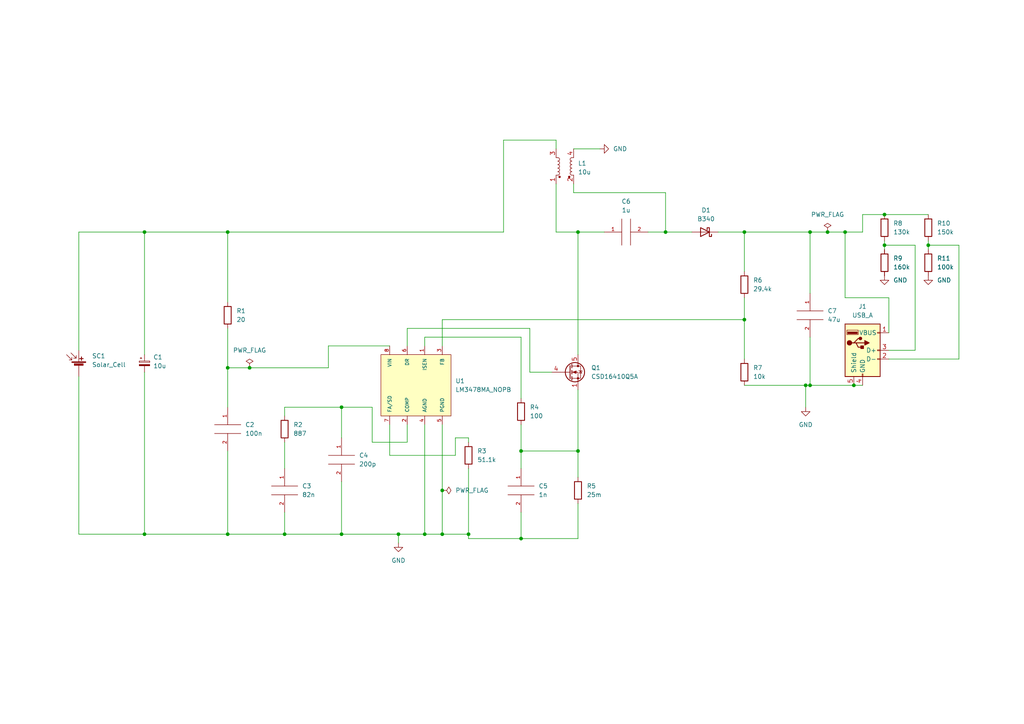
<source format=kicad_sch>
(kicad_sch (version 20211123) (generator eeschema)
  (paper "A4")
  (lib_symbols
    (symbol "Connector:USB_A" (pin_names (offset 1.016))
      (property "Reference" "J" (at -5.08 11.43 0))
      (property "Value" "USB_A" (at -5.08 8.89 0))
      (symbol "USB_A_0_1"
        (rectangle (start -5.08 -7.62) (end 5.08 7.62) (stroke (width 0.254)) (fill (type background)))
        (circle (center -3.81 2.159) (radius 0.635) (stroke (width 0.254)) (fill (type outline)))
        (rectangle (start -1.524 4.826) (end -4.318 5.334) (fill (type outline)))
        (rectangle (start -1.27 4.572) (end -4.572 5.842))
        (circle (center -0.635 3.429) (radius 0.381) (stroke (width 0.254)) (fill (type outline)))
        (rectangle (start -0.127 -7.62) (end 0.127 -6.858))
        (polyline (pts (xy -3.175 2.159) (xy -2.54 2.159) (xy -1.27 3.429) (xy -0.635 3.429)) (stroke (width 0.254)))
        (polyline (pts (xy -2.54 2.159) (xy -1.905 2.159) (xy -1.27 0.889) (xy 0 0.889)) (stroke (width 0.254)))
        (polyline (pts (xy 0.635 2.794) (xy 0.635 1.524) (xy 1.905 2.159) (xy 0.635 2.794)) (stroke (width 0.254)) (fill (type outline)))
        (rectangle (start 0.254 1.27) (end -0.508 0.508) (stroke (width 0.254)) (fill (type outline)))
        (rectangle (start 5.08 -2.667) (end 4.318 -2.413))
        (rectangle (start 5.08 -0.127) (end 4.318 0.127))
        (rectangle (start 5.08 4.953) (end 4.318 5.207))
      )
      (symbol "USB_A_1_1"
        (polyline (pts (xy -1.905 2.159) (xy 0.635 2.159)) (stroke (width 0.254)))
        (pin power_in line (at 7.62 5.08 180) (length 2.54) (name "VBUS") (number "1"))
        (pin bidirectional line (at 7.62 -2.54 180) (length 2.54) (name "D-") (number "2"))
        (pin bidirectional line (at 7.62 0 180) (length 2.54) (name "D+") (number "3"))
        (pin power_in line (at 0 -10.16 90) (length 2.54) (name "GND") (number "4"))
        (pin passive line (at -2.54 -10.16 90) (length 2.54) (name "Shield") (number "5"))
      )
    )
    (symbol "Device:C_Polarized_Small" (pin_numbers hide) (pin_names (offset 0.254) hide)
      (property "Reference" "C" (at 0.254 1.778 0))
      (property "Value" "C_Polarized_Small" (at 0.254 -2.032 0))
      (symbol "C_Polarized_Small_0_1"
        (rectangle (start -1.524 -0.3048) (end 1.524 -0.6858) (fill (type outline)))
        (rectangle (start -1.524 0.6858) (end 1.524 0.3048))
        (polyline (pts (xy -1.27 1.524) (xy -0.762 1.524)))
        (polyline (pts (xy -1.016 1.27) (xy -1.016 1.778)))
      )
      (symbol "C_Polarized_Small_1_1"
        (pin passive line (at 0 2.54 270) (length 1.8542) (name "~") (number "1"))
        (pin passive line (at 0 -2.54 90) (length 1.8542) (name "~") (number "2"))
      )
    )
    (symbol "Device:L_Coupled_1324" (pin_names (offset 0.254) hide)
      (property "Reference" "L" (at 0 4.445 0))
      (property "Value" "L_Coupled_1324" (at 0 -4.445 0))
      (symbol "L_Coupled_1324_0_1"
        (circle (center -3.048 -1.27) (radius 0.254) (fill (type outline)))
        (circle (center -3.048 1.524) (radius 0.254) (fill (type outline)))
        (arc (start -2.54 2.032) (mid -2.032 1.524) (end -1.524 2.032))
        (arc (start -1.524 -2.032) (mid -2.032 -1.524) (end -2.54 -2.032))
        (arc (start -1.524 2.032) (mid -1.016 1.524) (end -0.508 2.032))
        (arc (start -0.508 -2.032) (mid -1.016 -1.524) (end -1.524 -2.032))
        (arc (start -0.508 2.032) (mid 0 1.524) (end 0.508 2.032))
        (polyline (pts (xy -2.54 -2.032) (xy -2.54 -2.54)))
        (polyline (pts (xy -2.54 2.032) (xy -2.54 2.54)))
        (polyline (pts (xy 2.54 -2.032) (xy 2.54 -2.54)))
        (polyline (pts (xy 2.54 2.54) (xy 2.54 2.032)))
        (arc (start 0.508 -2.032) (mid 0 -1.524) (end -0.508 -2.032))
        (arc (start 0.508 2.032) (mid 1.016 1.524) (end 1.524 2.032))
        (arc (start 1.524 -2.032) (mid 1.016 -1.524) (end 0.508 -2.032))
        (arc (start 1.524 2.032) (mid 2.032 1.524) (end 2.54 2.032))
        (arc (start 2.54 -2.032) (mid 2.032 -1.524) (end 1.524 -2.032))
      )
      (symbol "L_Coupled_1324_1_1"
        (pin passive line (at -5.08 2.54 0) (length 2.54) (name "1") (number "1"))
        (pin passive line (at -5.08 -2.54 0) (length 2.54) (name "2") (number "2"))
        (pin passive line (at 5.08 2.54 180) (length 2.54) (name "3") (number "3"))
        (pin passive line (at 5.08 -2.54 180) (length 2.54) (name "4") (number "4"))
      )
    )
    (symbol "Device:R" (pin_numbers hide) (pin_names (offset 0))
      (property "Reference" "R" (at 2.032 0 90))
      (property "Value" "R" (at 0 0 90))
      (symbol "R_0_1"
        (rectangle (start -1.016 -2.54) (end 1.016 2.54) (stroke (width 0.254)))
      )
      (symbol "R_1_1"
        (pin passive line (at 0 3.81 270) (length 1.27) (name "~") (number "1"))
        (pin passive line (at 0 -3.81 90) (length 1.27) (name "~") (number "2"))
      )
    )
    (symbol "Device:Solar_Cell" (pin_numbers hide) (pin_names (offset 0) hide)
      (property "Reference" "SC" (at 2.54 2.54 0))
      (property "Value" "Solar_Cell" (at 2.54 0 0))
      (symbol "Solar_Cell_0_1"
        (rectangle (start -2.032 1.778) (end 2.032 1.524) (fill (type outline)))
        (rectangle (start -1.3208 1.1938) (end 1.27 0.6858) (fill (type outline)))
        (polyline (pts (xy -2.032 2.286) (xy -3.556 3.81)))
        (polyline (pts (xy -0.762 2.794) (xy -2.286 4.318)))
        (polyline (pts (xy 0 0.762) (xy 0 0)))
        (polyline (pts (xy 0 1.778) (xy 0 2.54)))
        (polyline (pts (xy 0.254 2.667) (xy 1.27 2.667)) (stroke (width 0.254)))
        (polyline (pts (xy 0.762 3.175) (xy 0.762 2.159)) (stroke (width 0.254)))
        (polyline (pts (xy -2.032 3.048) (xy -2.032 2.286) (xy -2.794 2.286)))
        (polyline (pts (xy -0.762 3.556) (xy -0.762 2.794) (xy -1.524 2.794)))
      )
      (symbol "Solar_Cell_1_1"
        (pin passive line (at 0 5.08 270) (length 2.54) (name "+") (number "1"))
        (pin passive line (at 0 -2.54 90) (length 2.54) (name "-") (number "2"))
      )
    )
    (symbol "Diode:B340" (pin_numbers hide) (pin_names (offset 1.016) hide)
      (property "Reference" "D" (at 0 2.54 0))
      (property "Value" "B340" (at 0 -2.54 0))
      (symbol "B340_0_1"
        (polyline (pts (xy 1.27 0) (xy -1.27 0)))
        (polyline (pts (xy 1.27 1.27) (xy 1.27 -1.27) (xy -1.27 0) (xy 1.27 1.27)) (stroke (width 0.254)))
        (polyline (pts (xy -1.905 0.635) (xy -1.905 1.27) (xy -1.27 1.27) (xy -1.27 -1.27) (xy -0.635 -1.27) (xy -0.635 -0.635)) (stroke (width 0.254)))
      )
      (symbol "B340_1_1"
        (pin passive line (at -3.81 0 0) (length 2.54) (name "K") (number "1"))
        (pin passive line (at 3.81 0 180) (length 2.54) (name "A") (number "2"))
      )
    )
    (symbol "Transistor_FET:CSD16410Q5A" (pin_names hide)
      (property "Reference" "Q" (at 5.08 1.905 0))
      (property "Value" "CSD16410Q5A" (at 5.08 0 0))
      (symbol "CSD16410Q5A_0_1"
        (polyline (pts (xy 0.254 0) (xy -2.54 0)))
        (polyline (pts (xy 0.254 1.905) (xy 0.254 -1.905)) (stroke (width 0.254)))
        (polyline (pts (xy 0.762 -1.27) (xy 0.762 -2.286)) (stroke (width 0.254)))
        (polyline (pts (xy 0.762 0.508) (xy 0.762 -0.508)) (stroke (width 0.254)))
        (polyline (pts (xy 0.762 2.286) (xy 0.762 1.27)) (stroke (width 0.254)))
        (polyline (pts (xy 2.54 2.54) (xy 2.54 1.778)))
        (polyline (pts (xy 2.54 -2.54) (xy 2.54 0) (xy 0.762 0)))
        (polyline (pts (xy 0.762 -1.778) (xy 3.302 -1.778) (xy 3.302 1.778) (xy 0.762 1.778)))
        (polyline (pts (xy 1.016 0) (xy 2.032 0.381) (xy 2.032 -0.381) (xy 1.016 0)) (fill (type outline)))
        (polyline (pts (xy 2.794 0.508) (xy 2.921 0.381) (xy 3.683 0.381) (xy 3.81 0.254)))
        (polyline (pts (xy 3.302 0.381) (xy 2.921 -0.254) (xy 3.683 -0.254) (xy 3.302 0.381)))
        (circle (center 1.651 0) (radius 2.794) (stroke (width 0.254)))
        (circle (center 2.54 -1.778) (radius 0.254) (fill (type outline)))
        (circle (center 2.54 1.778) (radius 0.254) (fill (type outline)))
      )
      (symbol "CSD16410Q5A_1_1"
        (pin passive line (at 2.54 -5.08 90) (length 2.54) (name "S") (number "1"))
        (pin passive line (at 2.54 -5.08 90) (length 2.54) hide (name "S") (number "2"))
        (pin passive line (at 2.54 -5.08 90) (length 2.54) hide (name "S") (number "3"))
        (pin passive line (at -5.08 0 0) (length 2.54) (name "G") (number "4"))
        (pin passive line (at 2.54 5.08 270) (length 2.54) (name "D") (number "5"))
      )
    )
    (symbol "eec:LM3478MA_NOPB" (pin_names (offset 1.016))
      (property "Reference" "U" (at 0 5.08 0))
      (property "Value" "LM3478MA_NOPB" (at 0 7.62 0))
      (symbol "LM3478MA_NOPB_1_1"
        (rectangle (start 5.08 2.54) (end 22.86 -17.78) (fill (type background)))
        (pin input line (at 25.4 -10.16 180) (length 2.54) (name "ISEN") (number "1"))
        (pin passive line (at 2.54 -5.08 0) (length 2.54) (name "COMP") (number "2"))
        (pin input line (at 25.4 -15.24 180) (length 2.54) (name "FB") (number "3"))
        (pin power_in line (at 2.54 -10.16 0) (length 2.54) (name "AGND") (number "4"))
        (pin power_in line (at 2.54 -15.24 0) (length 2.54) (name "PGND") (number "5"))
        (pin output line (at 25.4 -5.08 180) (length 2.54) (name "DR") (number "6"))
        (pin input line (at 2.54 0 0) (length 2.54) (name "FA/SD") (number "7"))
        (pin power_in line (at 25.4 0 180) (length 2.54) (name "VIN") (number "8"))
      )
    )
    (symbol "power:GND" (power) (pin_names (offset 0))
      (property "Value" "GND" (at 0 -3.81 0))
      (symbol "GND_0_1"
        (polyline (pts (xy 0 0) (xy 0 -1.27) (xy 1.27 -1.27) (xy 0 -2.54) (xy -1.27 -1.27) (xy 0 -1.27)))
      )
      (symbol "GND_1_1"
        (pin power_in line (at 0 0 270) (length 0) hide (name "GND") (number "1"))
      )
    )
    (symbol "power:PWR_FLAG" (power) (pin_numbers hide) (pin_names (offset 0) hide)
      (property "Value" "PWR_FLAG" (at 0 3.81 0))
      (symbol "PWR_FLAG_0_0"
        (pin power_out line (at 0 0 90) (length 0) (name "pwr") (number "1"))
      )
      (symbol "PWR_FLAG_0_1"
        (polyline (pts (xy 0 0) (xy 0 1.27) (xy -1.016 1.905) (xy 0 2.54) (xy 1.016 1.905) (xy 0 1.27)))
      )
    )
    (symbol "pspice:C" (pin_names (offset 0.254))
      (property "Reference" "C" (at 2.54 3.81 90))
      (property "Value" "C" (at 2.54 -3.81 90))
      (symbol "C_0_1"
        (polyline (pts (xy -3.81 -1.27) (xy 3.81 -1.27)))
        (polyline (pts (xy -3.81 1.27) (xy 3.81 1.27)))
      )
      (symbol "C_1_1"
        (pin passive line (at 0 6.35 270) (length 5.08) (name "~") (number "1"))
        (pin passive line (at 0 -6.35 90) (length 5.08) (name "~") (number "2"))
      )
    )
  )
  (junction (at 247.65 111.76))
  (junction (at 215.9 67.31))
  (junction (at 151.13 156.21))
  (junction (at 135.89 154.94))
  (junction (at 240.03 67.31))
  (junction (at 99.06 154.94))
  (junction (at 167.64 130.81))
  (junction (at 66.04 154.94))
  (junction (at 72.39 106.68))
  (junction (at 215.9 92.71))
  (junction (at 234.95 111.76))
  (junction (at 123.19 154.94))
  (junction (at 82.55 154.94))
  (junction (at 128.27 142.24))
  (junction (at 115.57 154.94))
  (junction (at 66.04 67.31))
  (junction (at 128.27 154.94))
  (junction (at 234.95 67.31))
  (junction (at 99.06 118.11))
  (junction (at 245.11 67.31))
  (junction (at 256.54 62.23))
  (junction (at 256.54 71.12))
  (junction (at 233.68 111.76))
  (junction (at 151.13 130.81))
  (junction (at 66.04 106.68))
  (junction (at 41.91 154.94))
  (junction (at 167.64 67.31))
  (junction (at 41.91 67.31))
  (junction (at 269.24 71.12))
  (junction (at 193.04 67.31))
  (wire (pts (xy 256.54 71.12) (xy 265.43 71.12)))
  (wire (pts (xy 66.04 67.31) (xy 146.05 67.31)))
  (wire (pts (xy 99.06 118.11) (xy 107.95 118.11)))
  (wire (pts (xy 118.11 100.33) (xy 118.11 95.25)))
  (wire (pts (xy 215.9 86.36) (xy 215.9 92.71)))
  (wire (pts (xy 41.91 154.94) (xy 66.04 154.94)))
  (wire (pts (xy 153.67 95.25) (xy 153.67 107.95)))
  (wire (pts (xy 128.27 154.94) (xy 135.89 154.94)))
  (wire (pts (xy 128.27 100.33) (xy 128.27 92.71)))
  (wire (pts (xy 22.86 67.31) (xy 41.91 67.31)))
  (wire (pts (xy 72.39 106.68) (xy 66.04 106.68)))
  (wire (pts (xy 187.96 67.31) (xy 193.04 67.31)))
  (wire (pts (xy 99.06 127) (xy 99.06 118.11)))
  (wire (pts (xy 66.04 154.94) (xy 82.55 154.94)))
  (wire (pts (xy 66.04 130.81) (xy 66.04 154.94)))
  (wire (pts (xy 256.54 62.23) (xy 269.24 62.23)))
  (wire (pts (xy 115.57 154.94) (xy 115.57 157.48)))
  (wire (pts (xy 166.37 53.34) (xy 166.37 55.88)))
  (wire (pts (xy 135.89 156.21) (xy 151.13 156.21)))
  (wire (pts (xy 215.9 111.76) (xy 233.68 111.76)))
  (wire (pts (xy 146.05 40.64) (xy 161.29 40.64)))
  (wire (pts (xy 234.95 67.31) (xy 240.03 67.31)))
  (wire (pts (xy 256.54 62.23) (xy 250.19 62.23)))
  (wire (pts (xy 151.13 97.79) (xy 151.13 115.57)))
  (wire (pts (xy 151.13 130.81) (xy 167.64 130.81)))
  (wire (pts (xy 215.9 92.71) (xy 215.9 104.14)))
  (wire (pts (xy 167.64 130.81) (xy 167.64 138.43)))
  (wire (pts (xy 234.95 97.79) (xy 234.95 111.76)))
  (wire (pts (xy 193.04 67.31) (xy 200.66 67.31)))
  (wire (pts (xy 113.03 132.08) (xy 132.08 132.08)))
  (wire (pts (xy 151.13 123.19) (xy 151.13 130.81)))
  (wire (pts (xy 118.11 95.25) (xy 153.67 95.25)))
  (wire (pts (xy 123.19 123.19) (xy 123.19 154.94)))
  (wire (pts (xy 113.03 100.33) (xy 95.25 100.33)))
  (wire (pts (xy 41.91 67.31) (xy 66.04 67.31)))
  (wire (pts (xy 215.9 67.31) (xy 234.95 67.31)))
  (wire (pts (xy 245.11 67.31) (xy 245.11 86.36)))
  (wire (pts (xy 132.08 132.08) (xy 132.08 127)))
  (wire (pts (xy 118.11 128.27) (xy 107.95 128.27)))
  (wire (pts (xy 135.89 154.94) (xy 135.89 156.21)))
  (wire (pts (xy 95.25 106.68) (xy 72.39 106.68)))
  (wire (pts (xy 167.64 156.21) (xy 167.64 146.05)))
  (wire (pts (xy 161.29 67.31) (xy 167.64 67.31)))
  (wire (pts (xy 66.04 106.68) (xy 66.04 118.11)))
  (wire (pts (xy 22.86 154.94) (xy 41.91 154.94)))
  (wire (pts (xy 135.89 127) (xy 135.89 128.27)))
  (wire (pts (xy 153.67 107.95) (xy 160.02 107.95)))
  (wire (pts (xy 245.11 86.36) (xy 257.81 86.36)))
  (wire (pts (xy 82.55 154.94) (xy 82.55 148.59)))
  (wire (pts (xy 151.13 148.59) (xy 151.13 156.21)))
  (wire (pts (xy 128.27 142.24) (xy 128.27 154.94)))
  (wire (pts (xy 278.13 71.12) (xy 278.13 104.14)))
  (wire (pts (xy 250.19 67.31) (xy 245.11 67.31)))
  (wire (pts (xy 123.19 154.94) (xy 128.27 154.94)))
  (wire (pts (xy 257.81 101.6) (xy 265.43 101.6)))
  (wire (pts (xy 161.29 40.64) (xy 161.29 43.18)))
  (wire (pts (xy 118.11 123.19) (xy 118.11 128.27)))
  (wire (pts (xy 240.03 67.31) (xy 245.11 67.31)))
  (wire (pts (xy 123.19 97.79) (xy 151.13 97.79)))
  (wire (pts (xy 167.64 113.03) (xy 167.64 130.81)))
  (wire (pts (xy 265.43 71.12) (xy 265.43 101.6)))
  (wire (pts (xy 115.57 154.94) (xy 123.19 154.94)))
  (wire (pts (xy 107.95 128.27) (xy 107.95 118.11)))
  (wire (pts (xy 247.65 111.76) (xy 250.19 111.76)))
  (wire (pts (xy 233.68 111.76) (xy 234.95 111.76)))
  (wire (pts (xy 256.54 69.85) (xy 256.54 71.12)))
  (wire (pts (xy 234.95 111.76) (xy 247.65 111.76)))
  (wire (pts (xy 193.04 55.88) (xy 193.04 67.31)))
  (wire (pts (xy 233.68 111.76) (xy 233.68 118.11)))
  (wire (pts (xy 257.81 86.36) (xy 257.81 96.52)))
  (wire (pts (xy 41.91 102.87) (xy 41.91 67.31)))
  (wire (pts (xy 123.19 100.33) (xy 123.19 97.79)))
  (wire (pts (xy 234.95 67.31) (xy 234.95 85.09)))
  (wire (pts (xy 99.06 154.94) (xy 115.57 154.94)))
  (wire (pts (xy 269.24 71.12) (xy 278.13 71.12)))
  (wire (pts (xy 146.05 67.31) (xy 146.05 40.64)))
  (wire (pts (xy 167.64 67.31) (xy 175.26 67.31)))
  (wire (pts (xy 135.89 135.89) (xy 135.89 154.94)))
  (wire (pts (xy 250.19 62.23) (xy 250.19 67.31)))
  (wire (pts (xy 151.13 156.21) (xy 167.64 156.21)))
  (wire (pts (xy 128.27 92.71) (xy 215.9 92.71)))
  (wire (pts (xy 151.13 130.81) (xy 151.13 135.89)))
  (wire (pts (xy 82.55 128.27) (xy 82.55 135.89)))
  (wire (pts (xy 208.28 67.31) (xy 215.9 67.31)))
  (wire (pts (xy 82.55 154.94) (xy 99.06 154.94)))
  (wire (pts (xy 95.25 100.33) (xy 95.25 106.68)))
  (wire (pts (xy 82.55 118.11) (xy 82.55 120.65)))
  (wire (pts (xy 22.86 101.6) (xy 22.86 67.31)))
  (wire (pts (xy 41.91 107.95) (xy 41.91 154.94)))
  (wire (pts (xy 166.37 55.88) (xy 193.04 55.88)))
  (wire (pts (xy 132.08 127) (xy 135.89 127)))
  (wire (pts (xy 22.86 109.22) (xy 22.86 154.94)))
  (wire (pts (xy 269.24 71.12) (xy 269.24 72.39)))
  (wire (pts (xy 66.04 87.63) (xy 66.04 67.31)))
  (wire (pts (xy 99.06 154.94) (xy 99.06 139.7)))
  (wire (pts (xy 99.06 118.11) (xy 82.55 118.11)))
  (wire (pts (xy 113.03 123.19) (xy 113.03 132.08)))
  (wire (pts (xy 66.04 95.25) (xy 66.04 106.68)))
  (wire (pts (xy 257.81 104.14) (xy 278.13 104.14)))
  (wire (pts (xy 215.9 67.31) (xy 215.9 78.74)))
  (wire (pts (xy 269.24 69.85) (xy 269.24 71.12)))
  (wire (pts (xy 161.29 53.34) (xy 161.29 67.31)))
  (wire (pts (xy 166.37 43.18) (xy 173.99 43.18)))
  (wire (pts (xy 167.64 102.87) (xy 167.64 67.31)))
  (wire (pts (xy 256.54 71.12) (xy 256.54 72.39)))
  (wire (pts (xy 128.27 123.19) (xy 128.27 142.24)))
  (symbol (lib_id "Device:R") (at 167.64 142.24 0) (unit 1)
    (property "Reference" "R5" (at 170.18 140.9699 0) (effects (justify left)))
    (property "Value" "25m" (at 170.18 143.5099 0) (effects (justify left)))
    (property "Footprint" "Resistor_SMD:R_1206_3216Metric" (effects hide))
    (property "Datasheet" "https://www.seielect.com/catalog/sei-csr_csrn.pdf" (effects hide))
  )
  (symbol (lib_id "power:PWR_FLAG") (at 240.03 67.31 0) (unit 1)
    (property "Reference" "#FLG0103" (effects hide))
    (property "Value" "PWR_FLAG" (at 240.03 62.23 0))
  )
  (symbol (lib_id "power:GND") (at 233.68 118.11 0) (unit 1)
    (property "Reference" "#PWR0103" (effects hide))
    (property "Value" "GND" (at 233.68 123.19 0))
  )
  (symbol (lib_id "pspice:C") (at 99.06 133.35 0) (unit 1)
    (property "Reference" "C4" (at 104.14 132.0799 0) (effects (justify left)))
    (property "Value" "200p" (at 104.14 134.6199 0) (effects (justify left)))
    (property "Footprint" "Capacitor_SMD:C_0805_2012Metric" (effects hide))
    (property "Datasheet" "https://www.yageo.com/upload/media/product/productsearch/datasheet/mlcc/UPY-GPHC_X7R_6.3V-to-50V_20.pdf" (effects hide))
  )
  (symbol (lib_id "Device:R") (at 82.55 124.46 0) (unit 1)
    (property "Reference" "R2" (at 85.09 123.1899 0) (effects (justify left)))
    (property "Value" "887" (at 85.09 125.7299 0) (effects (justify left)))
    (property "Footprint" "Resistor_SMD:R_1206_3216Metric" (effects hide))
    (property "Datasheet" "https://industrial.panasonic.com/cdbs/www-data/pdf/RDA0000/AOA0000C304.pdf" (effects hide))
  )
  (symbol (lib_id "Device:R") (at 256.54 76.2 0) (unit 1)
    (property "Reference" "R9" (at 259.08 74.9299 0) (effects (justify left)))
    (property "Value" "160k" (at 259.08 77.4699 0) (effects (justify left)))
    (property "Footprint" "Resistor_SMD:R_0805_2012Metric" (effects hide))
  )
  (symbol (lib_id "power:GND") (at 173.99 43.18 90) (unit 1)
    (property "Reference" "#PWR0101" (effects hide))
    (property "Value" "GND" (at 177.8 43.1799 90) (effects (justify right)))
  )
  (symbol (lib_id "pspice:C") (at 151.13 142.24 0) (unit 1)
    (property "Reference" "C5" (at 156.21 140.9699 0) (effects (justify left)))
    (property "Value" "1n" (at 156.21 143.5099 0) (effects (justify left)))
    (property "Footprint" "Capacitor_SMD:C_0805_2012Metric" (effects hide))
    (property "Datasheet" "http://www.passivecomponent.com/wp-content/uploads/datasheet/WTC_MLCC_General_Purpose.pdf" (effects hide))
  )
  (symbol (lib_id "power:GND") (at 269.24 80.01 0) (unit 1)
    (property "Reference" "#PWR0105" (effects hide))
    (property "Value" "GND" (at 271.78 81.2799 0) (effects (justify left)))
  )
  (symbol (lib_id "pspice:C") (at 181.61 67.31 90) (unit 1)
    (property "Reference" "C6" (at 181.61 58.42 90))
    (property "Value" "1u" (at 181.61 60.96 90))
    (property "Footprint" "Capacitor_SMD:C_0805_2012Metric" (effects hide))
    (property "Datasheet" "https://search.murata.co.jp/Ceramy/image/img/A01X/G101/ENG/GRM21BR71C105KA01-01.pdf" (effects hide))
  )
  (symbol (lib_id "Device:R") (at 151.13 119.38 0) (unit 1)
    (property "Reference" "R4" (at 153.67 118.1099 0) (effects (justify left)))
    (property "Value" "100" (at 153.67 120.6499 0) (effects (justify left)))
    (property "Footprint" "Resistor_SMD:R_0805_2012Metric" (effects hide))
    (property "Datasheet" "https://www.vishay.com/docs/31010/rcwpm.pdf" (effects hide))
  )
  (symbol (lib_id "Device:R") (at 135.89 132.08 0) (unit 1)
    (property "Reference" "R3" (at 138.43 130.8099 0) (effects (justify left)))
    (property "Value" "51.1k" (at 138.43 133.3499 0) (effects (justify left)))
    (property "Footprint" "Resistor_SMD:R_0805_2012Metric" (effects hide))
    (property "Datasheet" "https://www.yageo.com/upload/media/product/productsearch/datasheet/rchip/PYu-RC_Group_51_RoHS_L_11.pdf" (effects hide))
  )
  (symbol (lib_id "pspice:C") (at 66.04 124.46 0) (unit 1)
    (property "Reference" "C2" (at 71.12 123.1899 0) (effects (justify left)))
    (property "Value" "100n" (at 71.12 125.7299 0) (effects (justify left)))
    (property "Footprint" "Capacitor_SMD:C_0805_2012Metric" (effects hide))
    (property "Datasheet" "https://www.we-online.com/katalog/datasheet/885012207045.pdf" (effects hide))
  )
  (symbol (lib_id "pspice:C") (at 82.55 142.24 0) (unit 1)
    (property "Reference" "C3" (at 87.63 140.9699 0) (effects (justify left)))
    (property "Value" "82n" (at 87.63 143.5099 0) (effects (justify left)))
    (property "Footprint" "Capacitor_SMD:C_0603_1608Metric" (effects hide))
    (property "Datasheet" "https://datasheets.kyocera-avx.com/X7RDielectric.pdf" (effects hide))
  )
  (symbol (lib_id "Device:R") (at 215.9 82.55 0) (unit 1)
    (property "Reference" "R6" (at 218.44 81.2799 0) (effects (justify left)))
    (property "Value" "29.4k" (at 218.44 83.8199 0) (effects (justify left)))
    (property "Footprint" "Resistor_SMD:R_0805_2012Metric" (effects hide))
    (property "Datasheet" "https://industrial.panasonic.com/cdbs/www-data/pdf/RDA0000/AOA0000C304.pdf" (effects hide))
  )
  (symbol (lib_id "Device:R") (at 269.24 66.04 0) (unit 1)
    (property "Reference" "R10" (at 271.78 64.7699 0) (effects (justify left)))
    (property "Value" "150k" (at 271.78 67.3099 0) (effects (justify left)))
    (property "Footprint" "Resistor_SMD:R_0805_2012Metric" (effects hide))
  )
  (symbol (lib_id "Device:C_Polarized_Small") (at 41.91 105.41 0) (unit 1)
    (property "Reference" "C1" (at 44.45 103.5938 0) (effects (justify left)))
    (property "Value" "10u" (at 44.45 106.1338 0) (effects (justify left)))
    (property "Footprint" "Capacitor_SMD:C_1812_4532Metric" (effects hide))
    (property "Datasheet" "https://datasheets.kyocera-avx.com/TPS.pdf" (effects hide))
  )
  (symbol (lib_id "Device:R") (at 269.24 76.2 0) (unit 1)
    (property "Reference" "R11" (at 271.78 74.9299 0) (effects (justify left)))
    (property "Value" "100k" (at 271.78 77.4699 0) (effects (justify left)))
    (property "Footprint" "Resistor_SMD:R_0805_2012Metric" (effects hide))
  )
  (symbol (lib_id "Device:R") (at 215.9 107.95 0) (unit 1)
    (property "Reference" "R7" (at 218.44 106.6799 0) (effects (justify left)))
    (property "Value" "10k" (at 218.44 109.2199 0) (effects (justify left)))
    (property "Footprint" "Resistor_SMD:R_0805_2012Metric" (effects hide))
    (property "Datasheet" "https://www.seielect.com/catalog/sei-rncp.pdf" (effects hide))
  )
  (symbol (lib_id "power:PWR_FLAG") (at 128.27 142.24 270) (unit 1)
    (property "Reference" "#FLG0102" (effects hide))
    (property "Value" "PWR_FLAG" (at 132.08 142.2399 90) (effects (justify left)))
  )
  (symbol (lib_id "power:GND") (at 256.54 80.01 0) (unit 1)
    (property "Reference" "#PWR0104" (effects hide))
    (property "Value" "GND" (at 259.08 81.2799 0) (effects (justify left)))
  )
  (symbol (lib_id "Connector:USB_A") (at 250.19 101.6 0) (unit 1)
    (property "Reference" "J1" (at 250.19 88.9 0))
    (property "Value" "USB_A" (at 250.19 91.44 0))
    (property "Footprint" "Connector_USB:USB_A_Molex_67643_Horizontal" (effects hide))
    (property "Datasheet" "https://www.molex.com/pdm_docs/sd/676430910_sd.pdf" (effects hide))
  )
  (symbol (lib_id "power:PWR_FLAG") (at 72.39 106.68 0) (unit 1)
    (property "Reference" "#FLG0101" (effects hide))
    (property "Value" "PWR_FLAG" (at 72.39 101.6 0))
  )
  (symbol (lib_id "power:GND") (at 115.57 157.48 0) (unit 1)
    (property "Reference" "#PWR0102" (effects hide))
    (property "Value" "GND" (at 115.57 162.56 0))
  )
  (symbol (lib_id "eec:LM3478MA_NOPB") (at 113.03 125.73 90) (unit 1)
    (property "Reference" "U1" (at 132.08 110.4899 90) (effects (justify right)))
    (property "Value" "LM3478MA_NOPB" (at 132.08 113.0299 90) (effects (justify right)))
    (property "Footprint" "Package_SO:SOIC-8_3.9x4.9mm_P1.27mm" (effects hide))
    (property "Datasheet" "https://www.ti.com/lit/ds/symlink/lm3478.pdf?HQS=dis-dk-null-digikeymode-dsf-pf-null-wwe&ts=1650897283499&ref_url=https%253A%252F%252Fwww.ti.com%252Fgeneral%252Fdocs%252Fsuppproductinfo.tsp%253FdistId%253D10%2526gotoUrl%253Dhttps%253A%252F%252Fwww.ti.com%252Flit%252Fgpn%252Flm3478" (effects hide))
    (property "Code  IPC" "SOIC127P600-8" (effects hide))
    (property "Code  JEDEC" "MS-012-AA" (effects hide))
    (property "Comp Type" "MiscPower" (effects hide))
    (property "Component Link 1 Description" "Datasheet URL" (effects hide))
    (property "Component Link 1 URL" "http://www.ti.com/general/docs/lit/getliterature.tsp?genericPartNumber=LM3478&fileType=pdf" (effects hide))
    (property "High  Reliability" "Y" (effects hide))
    (property "Package Description" "SOIC Narrow, 4.9 x 3.9 x 1.45mm, 8 Lead, 1.27mm Pitch" (effects hide))
    (property "Package Top Marking" "NSZXTT*L3478*MA" (effects hide))
    (property "Pin Count" "8" (effects hide))
    (property "Power Wise" "N" (effects hide))
    (property "category" "IC" (effects hide))
    (property "ciiva ids" "1476363" (effects hide))
    (property "library id" "5b2af8facd9a6c1e" (effects hide))
    (property "manufacturer" "Texas Instruments" (effects hide))
    (property "package" "D0008A" (effects hide))
    (property "release date" "1464093499" (effects hide))
    (property "rohs" "Yes" (effects hide))
    (property "vault revision" "9832135E-4D35-4858-BAD6-38396113CEAB" (effects hide))
    (property "imported" "yes" (effects hide))
  )
  (symbol (lib_id "Device:R") (at 66.04 91.44 0) (unit 1)
    (property "Reference" "R1" (at 68.58 90.1699 0) (effects (justify left)))
    (property "Value" "20" (at 68.58 92.7099 0) (effects (justify left)))
    (property "Footprint" "Resistor_SMD:R_0603_1608Metric" (effects hide))
    (property "Datasheet" "https://www.vishay.com/docs/20035/dcrcwe3.pdf" (effects hide))
  )
  (symbol (lib_id "Device:R") (at 256.54 66.04 0) (unit 1)
    (property "Reference" "R8" (at 259.08 64.7699 0) (effects (justify left)))
    (property "Value" "130k" (at 259.08 67.3099 0) (effects (justify left)))
    (property "Footprint" "Resistor_SMD:R_0805_2012Metric" (effects hide))
  )
  (symbol (lib_id "Device:L_Coupled_1324") (at 163.83 48.26 90) (unit 1)
    (property "Reference" "L1" (at 167.64 47.3709 90) (effects (justify right)))
    (property "Value" "10u" (at 167.64 49.9109 90) (effects (justify right)))
    (property "Footprint" "SolarChargelibrary:DRQ" (effects hide))
    (property "Datasheet" "https://www.eaton.com/content/dam/eaton/products/electronic-components/resources/data-sheet/eaton-drq-shielded-drum-core-power-inductors-data-sheet.pdf" (effects hide))
  )
  (symbol (lib_id "Transistor_FET:CSD16410Q5A") (at 165.1 107.95 0) (unit 1)
    (property "Reference" "Q1" (at 171.45 106.6799 0) (effects (justify left)))
    (property "Value" "CSD16410Q5A" (at 171.45 109.2199 0) (effects (justify left)))
    (property "Footprint" "Package_TO_SOT_SMD:TDSON-8-1" (effects hide))
    (property "Datasheet" "http://www.ti.com/lit/gpn/csd16410q5a" (effects hide))
  )
  (symbol (lib_id "pspice:C") (at 234.95 91.44 0) (unit 1)
    (property "Reference" "C7" (at 240.03 90.1699 0) (effects (justify left)))
    (property "Value" "47u" (at 240.03 92.7099 0) (effects (justify left)))
    (property "Footprint" "Capacitor_SMD:C_1206_3216Metric" (effects hide))
    (property "Datasheet" "https://search.murata.co.jp/Ceramy/image/img/A01X/G101/ENG/GRM31CR61A476KE15-01.pdf" (effects hide))
  )
  (symbol (lib_id "Diode:B340") (at 204.47 67.31 180) (unit 1)
    (property "Reference" "D1" (at 204.7875 60.96 0))
    (property "Value" "B340" (at 204.7875 63.5 0))
    (property "Footprint" "Diode_SMD:D_SMC" (effects hide))
    (property "Datasheet" "https://www.digikey.com/en/products/detail/diodes-incorporated/B340B-13-F/768869" (effects hide))
  )
  (symbol (lib_id "Device:Solar_Cell") (at 22.86 106.68 0) (unit 1)
    (property "Reference" "SC1" (at 26.67 103.2509 0) (effects (justify left)))
    (property "Value" "Solar_Cell" (at 26.67 105.7909 0) (effects (justify left)))
    (property "Footprint" "SolarChargelibrary:SIP-2" (effects hide))
  )
)
</source>
